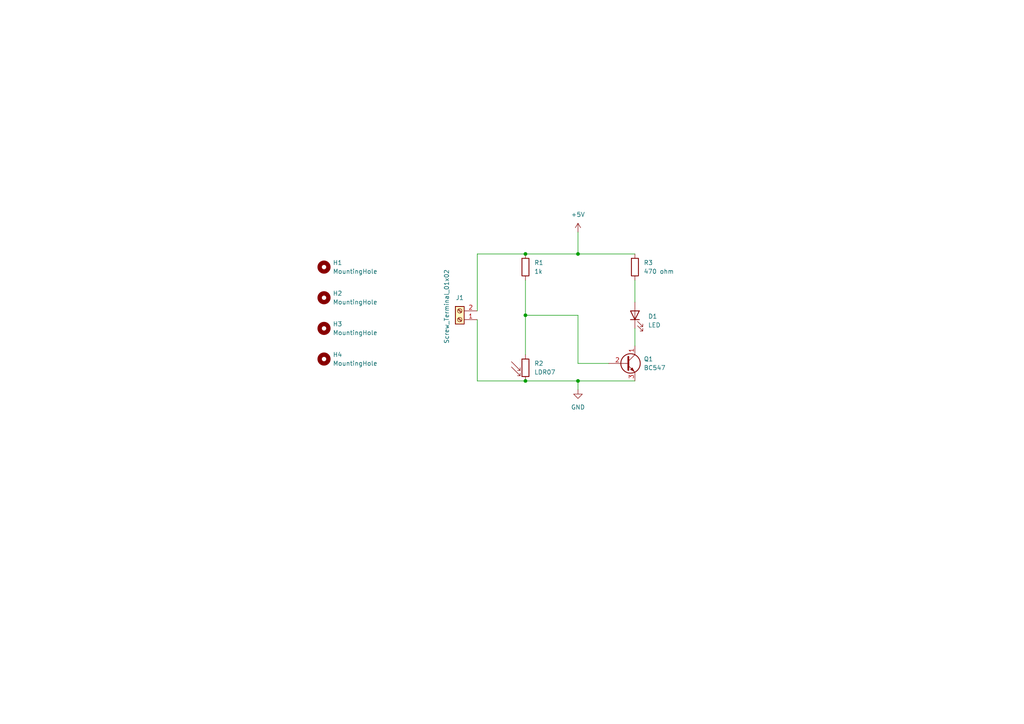
<source format=kicad_sch>
(kicad_sch (version 20211123) (generator eeschema)

  (uuid 69b6118e-46cc-4a9b-a714-f6db15c83bc4)

  (paper "A4")

  (title_block
    (title "DARKNESS DETECTOR CIRCUIT USING LDR ")
  )

  (lib_symbols
    (symbol "Connector:Screw_Terminal_01x02" (pin_names (offset 1.016) hide) (in_bom yes) (on_board yes)
      (property "Reference" "J" (id 0) (at 0 2.54 0)
        (effects (font (size 1.27 1.27)))
      )
      (property "Value" "Screw_Terminal_01x02" (id 1) (at 0 -5.08 0)
        (effects (font (size 1.27 1.27)))
      )
      (property "Footprint" "" (id 2) (at 0 0 0)
        (effects (font (size 1.27 1.27)) hide)
      )
      (property "Datasheet" "~" (id 3) (at 0 0 0)
        (effects (font (size 1.27 1.27)) hide)
      )
      (property "ki_keywords" "screw terminal" (id 4) (at 0 0 0)
        (effects (font (size 1.27 1.27)) hide)
      )
      (property "ki_description" "Generic screw terminal, single row, 01x02, script generated (kicad-library-utils/schlib/autogen/connector/)" (id 5) (at 0 0 0)
        (effects (font (size 1.27 1.27)) hide)
      )
      (property "ki_fp_filters" "TerminalBlock*:*" (id 6) (at 0 0 0)
        (effects (font (size 1.27 1.27)) hide)
      )
      (symbol "Screw_Terminal_01x02_1_1"
        (rectangle (start -1.27 1.27) (end 1.27 -3.81)
          (stroke (width 0.254) (type default) (color 0 0 0 0))
          (fill (type background))
        )
        (circle (center 0 -2.54) (radius 0.635)
          (stroke (width 0.1524) (type default) (color 0 0 0 0))
          (fill (type none))
        )
        (polyline
          (pts
            (xy -0.5334 -2.2098)
            (xy 0.3302 -3.048)
          )
          (stroke (width 0.1524) (type default) (color 0 0 0 0))
          (fill (type none))
        )
        (polyline
          (pts
            (xy -0.5334 0.3302)
            (xy 0.3302 -0.508)
          )
          (stroke (width 0.1524) (type default) (color 0 0 0 0))
          (fill (type none))
        )
        (polyline
          (pts
            (xy -0.3556 -2.032)
            (xy 0.508 -2.8702)
          )
          (stroke (width 0.1524) (type default) (color 0 0 0 0))
          (fill (type none))
        )
        (polyline
          (pts
            (xy -0.3556 0.508)
            (xy 0.508 -0.3302)
          )
          (stroke (width 0.1524) (type default) (color 0 0 0 0))
          (fill (type none))
        )
        (circle (center 0 0) (radius 0.635)
          (stroke (width 0.1524) (type default) (color 0 0 0 0))
          (fill (type none))
        )
        (pin passive line (at -5.08 0 0) (length 3.81)
          (name "Pin_1" (effects (font (size 1.27 1.27))))
          (number "1" (effects (font (size 1.27 1.27))))
        )
        (pin passive line (at -5.08 -2.54 0) (length 3.81)
          (name "Pin_2" (effects (font (size 1.27 1.27))))
          (number "2" (effects (font (size 1.27 1.27))))
        )
      )
    )
    (symbol "Device:LED" (pin_numbers hide) (pin_names (offset 1.016) hide) (in_bom yes) (on_board yes)
      (property "Reference" "D" (id 0) (at 0 2.54 0)
        (effects (font (size 1.27 1.27)))
      )
      (property "Value" "LED" (id 1) (at 0 -2.54 0)
        (effects (font (size 1.27 1.27)))
      )
      (property "Footprint" "" (id 2) (at 0 0 0)
        (effects (font (size 1.27 1.27)) hide)
      )
      (property "Datasheet" "~" (id 3) (at 0 0 0)
        (effects (font (size 1.27 1.27)) hide)
      )
      (property "ki_keywords" "LED diode" (id 4) (at 0 0 0)
        (effects (font (size 1.27 1.27)) hide)
      )
      (property "ki_description" "Light emitting diode" (id 5) (at 0 0 0)
        (effects (font (size 1.27 1.27)) hide)
      )
      (property "ki_fp_filters" "LED* LED_SMD:* LED_THT:*" (id 6) (at 0 0 0)
        (effects (font (size 1.27 1.27)) hide)
      )
      (symbol "LED_0_1"
        (polyline
          (pts
            (xy -1.27 -1.27)
            (xy -1.27 1.27)
          )
          (stroke (width 0.254) (type default) (color 0 0 0 0))
          (fill (type none))
        )
        (polyline
          (pts
            (xy -1.27 0)
            (xy 1.27 0)
          )
          (stroke (width 0) (type default) (color 0 0 0 0))
          (fill (type none))
        )
        (polyline
          (pts
            (xy 1.27 -1.27)
            (xy 1.27 1.27)
            (xy -1.27 0)
            (xy 1.27 -1.27)
          )
          (stroke (width 0.254) (type default) (color 0 0 0 0))
          (fill (type none))
        )
        (polyline
          (pts
            (xy -3.048 -0.762)
            (xy -4.572 -2.286)
            (xy -3.81 -2.286)
            (xy -4.572 -2.286)
            (xy -4.572 -1.524)
          )
          (stroke (width 0) (type default) (color 0 0 0 0))
          (fill (type none))
        )
        (polyline
          (pts
            (xy -1.778 -0.762)
            (xy -3.302 -2.286)
            (xy -2.54 -2.286)
            (xy -3.302 -2.286)
            (xy -3.302 -1.524)
          )
          (stroke (width 0) (type default) (color 0 0 0 0))
          (fill (type none))
        )
      )
      (symbol "LED_1_1"
        (pin passive line (at -3.81 0 0) (length 2.54)
          (name "K" (effects (font (size 1.27 1.27))))
          (number "1" (effects (font (size 1.27 1.27))))
        )
        (pin passive line (at 3.81 0 180) (length 2.54)
          (name "A" (effects (font (size 1.27 1.27))))
          (number "2" (effects (font (size 1.27 1.27))))
        )
      )
    )
    (symbol "Device:R" (pin_numbers hide) (pin_names (offset 0)) (in_bom yes) (on_board yes)
      (property "Reference" "R" (id 0) (at 2.032 0 90)
        (effects (font (size 1.27 1.27)))
      )
      (property "Value" "R" (id 1) (at 0 0 90)
        (effects (font (size 1.27 1.27)))
      )
      (property "Footprint" "" (id 2) (at -1.778 0 90)
        (effects (font (size 1.27 1.27)) hide)
      )
      (property "Datasheet" "~" (id 3) (at 0 0 0)
        (effects (font (size 1.27 1.27)) hide)
      )
      (property "ki_keywords" "R res resistor" (id 4) (at 0 0 0)
        (effects (font (size 1.27 1.27)) hide)
      )
      (property "ki_description" "Resistor" (id 5) (at 0 0 0)
        (effects (font (size 1.27 1.27)) hide)
      )
      (property "ki_fp_filters" "R_*" (id 6) (at 0 0 0)
        (effects (font (size 1.27 1.27)) hide)
      )
      (symbol "R_0_1"
        (rectangle (start -1.016 -2.54) (end 1.016 2.54)
          (stroke (width 0.254) (type default) (color 0 0 0 0))
          (fill (type none))
        )
      )
      (symbol "R_1_1"
        (pin passive line (at 0 3.81 270) (length 1.27)
          (name "~" (effects (font (size 1.27 1.27))))
          (number "1" (effects (font (size 1.27 1.27))))
        )
        (pin passive line (at 0 -3.81 90) (length 1.27)
          (name "~" (effects (font (size 1.27 1.27))))
          (number "2" (effects (font (size 1.27 1.27))))
        )
      )
    )
    (symbol "Mechanical:MountingHole" (pin_names (offset 1.016)) (in_bom yes) (on_board yes)
      (property "Reference" "H" (id 0) (at 0 5.08 0)
        (effects (font (size 1.27 1.27)))
      )
      (property "Value" "MountingHole" (id 1) (at 0 3.175 0)
        (effects (font (size 1.27 1.27)))
      )
      (property "Footprint" "" (id 2) (at 0 0 0)
        (effects (font (size 1.27 1.27)) hide)
      )
      (property "Datasheet" "~" (id 3) (at 0 0 0)
        (effects (font (size 1.27 1.27)) hide)
      )
      (property "ki_keywords" "mounting hole" (id 4) (at 0 0 0)
        (effects (font (size 1.27 1.27)) hide)
      )
      (property "ki_description" "Mounting Hole without connection" (id 5) (at 0 0 0)
        (effects (font (size 1.27 1.27)) hide)
      )
      (property "ki_fp_filters" "MountingHole*" (id 6) (at 0 0 0)
        (effects (font (size 1.27 1.27)) hide)
      )
      (symbol "MountingHole_0_1"
        (circle (center 0 0) (radius 1.27)
          (stroke (width 1.27) (type default) (color 0 0 0 0))
          (fill (type none))
        )
      )
    )
    (symbol "Sensor_Optical:LDR07" (pin_numbers hide) (pin_names (offset 0)) (in_bom yes) (on_board yes)
      (property "Reference" "R" (id 0) (at -5.08 0 90)
        (effects (font (size 1.27 1.27)))
      )
      (property "Value" "LDR07" (id 1) (at 1.905 0 90)
        (effects (font (size 1.27 1.27)) (justify top))
      )
      (property "Footprint" "OptoDevice:R_LDR_5.1x4.3mm_P3.4mm_Vertical" (id 2) (at 4.445 0 90)
        (effects (font (size 1.27 1.27)) hide)
      )
      (property "Datasheet" "http://www.tme.eu/de/Document/f2e3ad76a925811312d226c31da4cd7e/LDR07.pdf" (id 3) (at 0 -1.27 0)
        (effects (font (size 1.27 1.27)) hide)
      )
      (property "ki_keywords" "light dependent photo resistor LDR" (id 4) (at 0 0 0)
        (effects (font (size 1.27 1.27)) hide)
      )
      (property "ki_description" "light dependent resistor" (id 5) (at 0 0 0)
        (effects (font (size 1.27 1.27)) hide)
      )
      (property "ki_fp_filters" "R*LDR*5.1x4.3mm*P3.4mm*" (id 6) (at 0 0 0)
        (effects (font (size 1.27 1.27)) hide)
      )
      (symbol "LDR07_0_1"
        (rectangle (start -1.016 2.54) (end 1.016 -2.54)
          (stroke (width 0.254) (type default) (color 0 0 0 0))
          (fill (type none))
        )
        (polyline
          (pts
            (xy -1.524 -2.286)
            (xy -4.064 0.254)
          )
          (stroke (width 0) (type default) (color 0 0 0 0))
          (fill (type none))
        )
        (polyline
          (pts
            (xy -1.524 -2.286)
            (xy -2.286 -2.286)
          )
          (stroke (width 0) (type default) (color 0 0 0 0))
          (fill (type none))
        )
        (polyline
          (pts
            (xy -1.524 -2.286)
            (xy -1.524 -1.524)
          )
          (stroke (width 0) (type default) (color 0 0 0 0))
          (fill (type none))
        )
        (polyline
          (pts
            (xy -1.524 -0.762)
            (xy -4.064 1.778)
          )
          (stroke (width 0) (type default) (color 0 0 0 0))
          (fill (type none))
        )
        (polyline
          (pts
            (xy -1.524 -0.762)
            (xy -2.286 -0.762)
          )
          (stroke (width 0) (type default) (color 0 0 0 0))
          (fill (type none))
        )
        (polyline
          (pts
            (xy -1.524 -0.762)
            (xy -1.524 0)
          )
          (stroke (width 0) (type default) (color 0 0 0 0))
          (fill (type none))
        )
      )
      (symbol "LDR07_1_1"
        (pin passive line (at 0 3.81 270) (length 1.27)
          (name "~" (effects (font (size 1.27 1.27))))
          (number "1" (effects (font (size 1.27 1.27))))
        )
        (pin passive line (at 0 -3.81 90) (length 1.27)
          (name "~" (effects (font (size 1.27 1.27))))
          (number "2" (effects (font (size 1.27 1.27))))
        )
      )
    )
    (symbol "Transistor_BJT:BC547" (pin_names (offset 0) hide) (in_bom yes) (on_board yes)
      (property "Reference" "Q" (id 0) (at 5.08 1.905 0)
        (effects (font (size 1.27 1.27)) (justify left))
      )
      (property "Value" "BC547" (id 1) (at 5.08 0 0)
        (effects (font (size 1.27 1.27)) (justify left))
      )
      (property "Footprint" "Package_TO_SOT_THT:TO-92_Inline" (id 2) (at 5.08 -1.905 0)
        (effects (font (size 1.27 1.27) italic) (justify left) hide)
      )
      (property "Datasheet" "https://www.onsemi.com/pub/Collateral/BC550-D.pdf" (id 3) (at 0 0 0)
        (effects (font (size 1.27 1.27)) (justify left) hide)
      )
      (property "ki_keywords" "NPN Transistor" (id 4) (at 0 0 0)
        (effects (font (size 1.27 1.27)) hide)
      )
      (property "ki_description" "0.1A Ic, 45V Vce, Small Signal NPN Transistor, TO-92" (id 5) (at 0 0 0)
        (effects (font (size 1.27 1.27)) hide)
      )
      (property "ki_fp_filters" "TO?92*" (id 6) (at 0 0 0)
        (effects (font (size 1.27 1.27)) hide)
      )
      (symbol "BC547_0_1"
        (polyline
          (pts
            (xy 0 0)
            (xy 0.635 0)
          )
          (stroke (width 0) (type default) (color 0 0 0 0))
          (fill (type none))
        )
        (polyline
          (pts
            (xy 0.635 0.635)
            (xy 2.54 2.54)
          )
          (stroke (width 0) (type default) (color 0 0 0 0))
          (fill (type none))
        )
        (polyline
          (pts
            (xy 0.635 -0.635)
            (xy 2.54 -2.54)
            (xy 2.54 -2.54)
          )
          (stroke (width 0) (type default) (color 0 0 0 0))
          (fill (type none))
        )
        (polyline
          (pts
            (xy 0.635 1.905)
            (xy 0.635 -1.905)
            (xy 0.635 -1.905)
          )
          (stroke (width 0.508) (type default) (color 0 0 0 0))
          (fill (type none))
        )
        (polyline
          (pts
            (xy 1.27 -1.778)
            (xy 1.778 -1.27)
            (xy 2.286 -2.286)
            (xy 1.27 -1.778)
            (xy 1.27 -1.778)
          )
          (stroke (width 0) (type default) (color 0 0 0 0))
          (fill (type outline))
        )
        (circle (center 1.27 0) (radius 2.8194)
          (stroke (width 0.254) (type default) (color 0 0 0 0))
          (fill (type none))
        )
      )
      (symbol "BC547_1_1"
        (pin passive line (at 2.54 5.08 270) (length 2.54)
          (name "C" (effects (font (size 1.27 1.27))))
          (number "1" (effects (font (size 1.27 1.27))))
        )
        (pin input line (at -5.08 0 0) (length 5.08)
          (name "B" (effects (font (size 1.27 1.27))))
          (number "2" (effects (font (size 1.27 1.27))))
        )
        (pin passive line (at 2.54 -5.08 90) (length 2.54)
          (name "E" (effects (font (size 1.27 1.27))))
          (number "3" (effects (font (size 1.27 1.27))))
        )
      )
    )
    (symbol "power:+5V" (power) (pin_names (offset 0)) (in_bom yes) (on_board yes)
      (property "Reference" "#PWR" (id 0) (at 0 -3.81 0)
        (effects (font (size 1.27 1.27)) hide)
      )
      (property "Value" "+5V" (id 1) (at 0 3.556 0)
        (effects (font (size 1.27 1.27)))
      )
      (property "Footprint" "" (id 2) (at 0 0 0)
        (effects (font (size 1.27 1.27)) hide)
      )
      (property "Datasheet" "" (id 3) (at 0 0 0)
        (effects (font (size 1.27 1.27)) hide)
      )
      (property "ki_keywords" "global power" (id 4) (at 0 0 0)
        (effects (font (size 1.27 1.27)) hide)
      )
      (property "ki_description" "Power symbol creates a global label with name \"+5V\"" (id 5) (at 0 0 0)
        (effects (font (size 1.27 1.27)) hide)
      )
      (symbol "+5V_0_1"
        (polyline
          (pts
            (xy -0.762 1.27)
            (xy 0 2.54)
          )
          (stroke (width 0) (type default) (color 0 0 0 0))
          (fill (type none))
        )
        (polyline
          (pts
            (xy 0 0)
            (xy 0 2.54)
          )
          (stroke (width 0) (type default) (color 0 0 0 0))
          (fill (type none))
        )
        (polyline
          (pts
            (xy 0 2.54)
            (xy 0.762 1.27)
          )
          (stroke (width 0) (type default) (color 0 0 0 0))
          (fill (type none))
        )
      )
      (symbol "+5V_1_1"
        (pin power_in line (at 0 0 90) (length 0) hide
          (name "+5V" (effects (font (size 1.27 1.27))))
          (number "1" (effects (font (size 1.27 1.27))))
        )
      )
    )
    (symbol "power:GND" (power) (pin_names (offset 0)) (in_bom yes) (on_board yes)
      (property "Reference" "#PWR" (id 0) (at 0 -6.35 0)
        (effects (font (size 1.27 1.27)) hide)
      )
      (property "Value" "GND" (id 1) (at 0 -3.81 0)
        (effects (font (size 1.27 1.27)))
      )
      (property "Footprint" "" (id 2) (at 0 0 0)
        (effects (font (size 1.27 1.27)) hide)
      )
      (property "Datasheet" "" (id 3) (at 0 0 0)
        (effects (font (size 1.27 1.27)) hide)
      )
      (property "ki_keywords" "global power" (id 4) (at 0 0 0)
        (effects (font (size 1.27 1.27)) hide)
      )
      (property "ki_description" "Power symbol creates a global label with name \"GND\" , ground" (id 5) (at 0 0 0)
        (effects (font (size 1.27 1.27)) hide)
      )
      (symbol "GND_0_1"
        (polyline
          (pts
            (xy 0 0)
            (xy 0 -1.27)
            (xy 1.27 -1.27)
            (xy 0 -2.54)
            (xy -1.27 -1.27)
            (xy 0 -1.27)
          )
          (stroke (width 0) (type default) (color 0 0 0 0))
          (fill (type none))
        )
      )
      (symbol "GND_1_1"
        (pin power_in line (at 0 0 270) (length 0) hide
          (name "GND" (effects (font (size 1.27 1.27))))
          (number "1" (effects (font (size 1.27 1.27))))
        )
      )
    )
  )

  (junction (at 167.64 73.66) (diameter 0) (color 0 0 0 0)
    (uuid 65e22610-92bd-4263-af0d-c69219a35e98)
  )
  (junction (at 167.64 110.49) (diameter 0) (color 0 0 0 0)
    (uuid 7d163a8a-15ca-49d6-85e4-0a7738794435)
  )
  (junction (at 152.4 110.49) (diameter 0) (color 0 0 0 0)
    (uuid a7f192c3-1f21-420d-acb5-8465d3c6710c)
  )
  (junction (at 152.4 91.44) (diameter 0) (color 0 0 0 0)
    (uuid c72622f0-fedb-408a-b4c8-d12bb88f04df)
  )
  (junction (at 152.4 73.66) (diameter 0) (color 0 0 0 0)
    (uuid fdb2dd04-1996-4e77-a979-4c8bb3a08849)
  )

  (wire (pts (xy 167.64 91.44) (xy 167.64 105.41))
    (stroke (width 0) (type default) (color 0 0 0 0))
    (uuid 008ca605-9d34-448b-aa27-265cd6f54306)
  )
  (wire (pts (xy 152.4 91.44) (xy 152.4 102.87))
    (stroke (width 0) (type default) (color 0 0 0 0))
    (uuid 22640163-8bb1-4ba2-8369-34c2fac38476)
  )
  (wire (pts (xy 152.4 81.28) (xy 152.4 91.44))
    (stroke (width 0) (type default) (color 0 0 0 0))
    (uuid 35f425e5-a649-44e2-aead-c33a22527844)
  )
  (wire (pts (xy 152.4 110.49) (xy 167.64 110.49))
    (stroke (width 0) (type default) (color 0 0 0 0))
    (uuid 4a0c26e9-73b4-44e2-8d08-f7c7ccf8496a)
  )
  (wire (pts (xy 138.43 110.49) (xy 152.4 110.49))
    (stroke (width 0) (type default) (color 0 0 0 0))
    (uuid 4a32f346-7285-46a6-ade1-a9221d8ed14f)
  )
  (wire (pts (xy 152.4 73.66) (xy 167.64 73.66))
    (stroke (width 0) (type default) (color 0 0 0 0))
    (uuid 569da972-bc13-4d37-9cef-80293bcbc781)
  )
  (wire (pts (xy 167.64 67.31) (xy 167.64 73.66))
    (stroke (width 0) (type default) (color 0 0 0 0))
    (uuid 5a358c4f-49e6-4264-8041-a4b84c6bfa99)
  )
  (wire (pts (xy 184.15 81.28) (xy 184.15 87.63))
    (stroke (width 0) (type default) (color 0 0 0 0))
    (uuid 87880dcc-af66-46ec-8948-d90d17d08166)
  )
  (wire (pts (xy 138.43 90.17) (xy 138.43 73.66))
    (stroke (width 0) (type default) (color 0 0 0 0))
    (uuid 90c924d3-c5c0-4d3b-be66-d82f377350c4)
  )
  (wire (pts (xy 184.15 95.25) (xy 184.15 100.33))
    (stroke (width 0) (type default) (color 0 0 0 0))
    (uuid a950a5c0-3110-42ac-8c20-fe472c37e0a4)
  )
  (wire (pts (xy 167.64 110.49) (xy 167.64 113.03))
    (stroke (width 0) (type default) (color 0 0 0 0))
    (uuid bf6614f0-1ad9-4af0-bcf7-979087f5b7c0)
  )
  (wire (pts (xy 167.64 73.66) (xy 184.15 73.66))
    (stroke (width 0) (type default) (color 0 0 0 0))
    (uuid d045d2d8-060f-4541-a8fe-91431d184654)
  )
  (wire (pts (xy 138.43 73.66) (xy 152.4 73.66))
    (stroke (width 0) (type default) (color 0 0 0 0))
    (uuid d5663892-fe9b-4631-b6b3-a9694d758183)
  )
  (wire (pts (xy 138.43 92.71) (xy 138.43 110.49))
    (stroke (width 0) (type default) (color 0 0 0 0))
    (uuid e99bdece-4cb0-4a09-b166-1db058e9dd74)
  )
  (wire (pts (xy 152.4 91.44) (xy 167.64 91.44))
    (stroke (width 0) (type default) (color 0 0 0 0))
    (uuid ef5f4cf2-9b55-48ed-b825-6bbfa6774faa)
  )
  (wire (pts (xy 167.64 110.49) (xy 184.15 110.49))
    (stroke (width 0) (type default) (color 0 0 0 0))
    (uuid f7e6a464-5508-40e2-9057-2e16acbcd9e4)
  )
  (wire (pts (xy 167.64 105.41) (xy 176.53 105.41))
    (stroke (width 0) (type default) (color 0 0 0 0))
    (uuid f898095e-edeb-4001-9a6f-95c424b81485)
  )

  (symbol (lib_id "power:+5V") (at 167.64 67.31 0) (unit 1)
    (in_bom yes) (on_board yes) (fields_autoplaced)
    (uuid 085e921e-b240-4677-aa91-304e7f01567f)
    (property "Reference" "#PWR0101" (id 0) (at 167.64 71.12 0)
      (effects (font (size 1.27 1.27)) hide)
    )
    (property "Value" "+5V" (id 1) (at 167.64 62.23 0))
    (property "Footprint" "" (id 2) (at 167.64 67.31 0)
      (effects (font (size 1.27 1.27)) hide)
    )
    (property "Datasheet" "" (id 3) (at 167.64 67.31 0)
      (effects (font (size 1.27 1.27)) hide)
    )
    (pin "1" (uuid 30c64e32-a328-48fe-830d-2dfadb7fea54))
  )

  (symbol (lib_id "Device:R") (at 152.4 77.47 0) (unit 1)
    (in_bom yes) (on_board yes) (fields_autoplaced)
    (uuid 15339107-eeec-481f-95db-719b3f62a23c)
    (property "Reference" "R1" (id 0) (at 154.94 76.1999 0)
      (effects (font (size 1.27 1.27)) (justify left))
    )
    (property "Value" "1k" (id 1) (at 154.94 78.7399 0)
      (effects (font (size 1.27 1.27)) (justify left))
    )
    (property "Footprint" "Resistor_THT:R_Axial_DIN0309_L9.0mm_D3.2mm_P12.70mm_Horizontal" (id 2) (at 150.622 77.47 90)
      (effects (font (size 1.27 1.27)) hide)
    )
    (property "Datasheet" "~" (id 3) (at 152.4 77.47 0)
      (effects (font (size 1.27 1.27)) hide)
    )
    (pin "1" (uuid 8ad09d23-35cc-4dd6-9cbf-f67dd6257728))
    (pin "2" (uuid a65b7dc3-3e05-4bb0-8246-dc10c7e32ee4))
  )

  (symbol (lib_id "Sensor_Optical:LDR07") (at 152.4 106.68 0) (unit 1)
    (in_bom yes) (on_board yes) (fields_autoplaced)
    (uuid 319bed53-32a2-4b3f-a65e-4b2272313c9c)
    (property "Reference" "R2" (id 0) (at 154.94 105.4099 0)
      (effects (font (size 1.27 1.27)) (justify left))
    )
    (property "Value" "LDR07" (id 1) (at 154.94 107.9499 0)
      (effects (font (size 1.27 1.27)) (justify left))
    )
    (property "Footprint" "OptoDevice:R_LDR_5.1x4.3mm_P3.4mm_Vertical" (id 2) (at 156.845 106.68 90)
      (effects (font (size 1.27 1.27)) hide)
    )
    (property "Datasheet" "http://www.tme.eu/de/Document/f2e3ad76a925811312d226c31da4cd7e/LDR07.pdf" (id 3) (at 152.4 107.95 0)
      (effects (font (size 1.27 1.27)) hide)
    )
    (pin "1" (uuid bbe553ca-94dc-46fd-a33d-ae9687863aa6))
    (pin "2" (uuid 2ea81174-331a-4863-9e7b-f0ef9e3a0bfb))
  )

  (symbol (lib_id "Connector:Screw_Terminal_01x02") (at 133.35 92.71 180) (unit 1)
    (in_bom yes) (on_board yes)
    (uuid 442cc8c9-7cd1-4643-976a-96c04497b75c)
    (property "Reference" "J1" (id 0) (at 133.35 86.36 0))
    (property "Value" "Screw_Terminal_01x02" (id 1) (at 129.54 88.9 90))
    (property "Footprint" "TerminalBlock:TerminalBlock_bornier-2_P5.08mm" (id 2) (at 133.35 92.71 0)
      (effects (font (size 1.27 1.27)) hide)
    )
    (property "Datasheet" "~" (id 3) (at 133.35 92.71 0)
      (effects (font (size 1.27 1.27)) hide)
    )
    (pin "1" (uuid ccfca6b0-873c-4ee0-a57a-e278b943e2ee))
    (pin "2" (uuid 5c5ff5b8-13d2-4bb7-b794-cdc15433816a))
  )

  (symbol (lib_id "Mechanical:MountingHole") (at 93.98 77.47 0) (unit 1)
    (in_bom yes) (on_board yes) (fields_autoplaced)
    (uuid 525cdcf8-cc6a-4e6c-a379-2ffa7be40b83)
    (property "Reference" "H1" (id 0) (at 96.52 76.1999 0)
      (effects (font (size 1.27 1.27)) (justify left))
    )
    (property "Value" "MountingHole" (id 1) (at 96.52 78.7399 0)
      (effects (font (size 1.27 1.27)) (justify left))
    )
    (property "Footprint" "MountingHole:MountingHole_2.2mm_M2_Pad_Via" (id 2) (at 93.98 77.47 0)
      (effects (font (size 1.27 1.27)) hide)
    )
    (property "Datasheet" "~" (id 3) (at 93.98 77.47 0)
      (effects (font (size 1.27 1.27)) hide)
    )
  )

  (symbol (lib_id "Mechanical:MountingHole") (at 93.98 95.25 0) (unit 1)
    (in_bom yes) (on_board yes) (fields_autoplaced)
    (uuid 66d9a295-7791-4cb1-9f7c-67dde7265d54)
    (property "Reference" "H3" (id 0) (at 96.52 93.9799 0)
      (effects (font (size 1.27 1.27)) (justify left))
    )
    (property "Value" "MountingHole" (id 1) (at 96.52 96.5199 0)
      (effects (font (size 1.27 1.27)) (justify left))
    )
    (property "Footprint" "MountingHole:MountingHole_2.2mm_M2_Pad_Via" (id 2) (at 93.98 95.25 0)
      (effects (font (size 1.27 1.27)) hide)
    )
    (property "Datasheet" "~" (id 3) (at 93.98 95.25 0)
      (effects (font (size 1.27 1.27)) hide)
    )
  )

  (symbol (lib_id "Mechanical:MountingHole") (at 93.98 104.14 0) (unit 1)
    (in_bom yes) (on_board yes) (fields_autoplaced)
    (uuid ac9002d4-0c6c-4c3c-993b-df745197239f)
    (property "Reference" "H4" (id 0) (at 96.52 102.8699 0)
      (effects (font (size 1.27 1.27)) (justify left))
    )
    (property "Value" "MountingHole" (id 1) (at 96.52 105.4099 0)
      (effects (font (size 1.27 1.27)) (justify left))
    )
    (property "Footprint" "MountingHole:MountingHole_2.2mm_M2_Pad_Via" (id 2) (at 93.98 104.14 0)
      (effects (font (size 1.27 1.27)) hide)
    )
    (property "Datasheet" "~" (id 3) (at 93.98 104.14 0)
      (effects (font (size 1.27 1.27)) hide)
    )
  )

  (symbol (lib_id "Transistor_BJT:BC547") (at 181.61 105.41 0) (unit 1)
    (in_bom yes) (on_board yes) (fields_autoplaced)
    (uuid c001f9cf-0ff3-43f4-bb02-4afb6a7a2b0b)
    (property "Reference" "Q1" (id 0) (at 186.69 104.1399 0)
      (effects (font (size 1.27 1.27)) (justify left))
    )
    (property "Value" "BC547" (id 1) (at 186.69 106.6799 0)
      (effects (font (size 1.27 1.27)) (justify left))
    )
    (property "Footprint" "Package_TO_SOT_THT:TO-92_Inline" (id 2) (at 186.69 107.315 0)
      (effects (font (size 1.27 1.27) italic) (justify left) hide)
    )
    (property "Datasheet" "https://www.onsemi.com/pub/Collateral/BC550-D.pdf" (id 3) (at 181.61 105.41 0)
      (effects (font (size 1.27 1.27)) (justify left) hide)
    )
    (pin "1" (uuid 64cb767a-d271-4478-b0b0-06674e921f6c))
    (pin "2" (uuid ff12a2c2-d380-4eda-9122-22c71ab21667))
    (pin "3" (uuid 2dfe5c01-ac1d-4467-80c7-3a191a8d7c30))
  )

  (symbol (lib_id "Device:LED") (at 184.15 91.44 90) (unit 1)
    (in_bom yes) (on_board yes) (fields_autoplaced)
    (uuid c3c4aa0d-a389-49e8-b0e9-952e3ea09b51)
    (property "Reference" "D1" (id 0) (at 187.96 91.7574 90)
      (effects (font (size 1.27 1.27)) (justify right))
    )
    (property "Value" "LED" (id 1) (at 187.96 94.2974 90)
      (effects (font (size 1.27 1.27)) (justify right))
    )
    (property "Footprint" "LED_THT:LED_D3.0mm" (id 2) (at 184.15 91.44 0)
      (effects (font (size 1.27 1.27)) hide)
    )
    (property "Datasheet" "~" (id 3) (at 184.15 91.44 0)
      (effects (font (size 1.27 1.27)) hide)
    )
    (pin "1" (uuid df4ebde5-387e-42cd-8eb7-5c1794cd4861))
    (pin "2" (uuid d6ed9c27-f2de-4635-abc4-a6f66da55085))
  )

  (symbol (lib_id "power:GND") (at 167.64 113.03 0) (unit 1)
    (in_bom yes) (on_board yes) (fields_autoplaced)
    (uuid d8af74d2-7608-46c8-ac40-fd216d081e99)
    (property "Reference" "#PWR0102" (id 0) (at 167.64 119.38 0)
      (effects (font (size 1.27 1.27)) hide)
    )
    (property "Value" "GND" (id 1) (at 167.64 118.11 0))
    (property "Footprint" "" (id 2) (at 167.64 113.03 0)
      (effects (font (size 1.27 1.27)) hide)
    )
    (property "Datasheet" "" (id 3) (at 167.64 113.03 0)
      (effects (font (size 1.27 1.27)) hide)
    )
    (pin "1" (uuid 86ecd5a2-fa15-4615-931c-73db912884f9))
  )

  (symbol (lib_id "Device:R") (at 184.15 77.47 0) (unit 1)
    (in_bom yes) (on_board yes) (fields_autoplaced)
    (uuid e697437e-38cf-4ed9-86f2-da12f4d34f08)
    (property "Reference" "R3" (id 0) (at 186.69 76.1999 0)
      (effects (font (size 1.27 1.27)) (justify left))
    )
    (property "Value" "470 ohm" (id 1) (at 186.69 78.7399 0)
      (effects (font (size 1.27 1.27)) (justify left))
    )
    (property "Footprint" "Resistor_THT:R_Axial_DIN0309_L9.0mm_D3.2mm_P12.70mm_Horizontal" (id 2) (at 182.372 77.47 90)
      (effects (font (size 1.27 1.27)) hide)
    )
    (property "Datasheet" "~" (id 3) (at 184.15 77.47 0)
      (effects (font (size 1.27 1.27)) hide)
    )
    (pin "1" (uuid 2277e3ca-c379-48fa-985b-cdfbaa0f9dfd))
    (pin "2" (uuid 2459dc8d-ee64-41d6-8b50-33ec1bafd2eb))
  )

  (symbol (lib_id "Mechanical:MountingHole") (at 93.98 86.36 0) (unit 1)
    (in_bom yes) (on_board yes) (fields_autoplaced)
    (uuid f0accb7c-d5f1-40fa-b2da-6dad958b2eac)
    (property "Reference" "H2" (id 0) (at 96.52 85.0899 0)
      (effects (font (size 1.27 1.27)) (justify left))
    )
    (property "Value" "MountingHole" (id 1) (at 96.52 87.6299 0)
      (effects (font (size 1.27 1.27)) (justify left))
    )
    (property "Footprint" "MountingHole:MountingHole_2.2mm_M2_Pad_Via" (id 2) (at 93.98 86.36 0)
      (effects (font (size 1.27 1.27)) hide)
    )
    (property "Datasheet" "~" (id 3) (at 93.98 86.36 0)
      (effects (font (size 1.27 1.27)) hide)
    )
  )

  (sheet_instances
    (path "/" (page "1"))
  )

  (symbol_instances
    (path "/085e921e-b240-4677-aa91-304e7f01567f"
      (reference "#PWR0101") (unit 1) (value "+5V") (footprint "")
    )
    (path "/d8af74d2-7608-46c8-ac40-fd216d081e99"
      (reference "#PWR0102") (unit 1) (value "GND") (footprint "")
    )
    (path "/c3c4aa0d-a389-49e8-b0e9-952e3ea09b51"
      (reference "D1") (unit 1) (value "LED") (footprint "LED_THT:LED_D3.0mm")
    )
    (path "/525cdcf8-cc6a-4e6c-a379-2ffa7be40b83"
      (reference "H1") (unit 1) (value "MountingHole") (footprint "MountingHole:MountingHole_2.2mm_M2_Pad_Via")
    )
    (path "/f0accb7c-d5f1-40fa-b2da-6dad958b2eac"
      (reference "H2") (unit 1) (value "MountingHole") (footprint "MountingHole:MountingHole_2.2mm_M2_Pad_Via")
    )
    (path "/66d9a295-7791-4cb1-9f7c-67dde7265d54"
      (reference "H3") (unit 1) (value "MountingHole") (footprint "MountingHole:MountingHole_2.2mm_M2_Pad_Via")
    )
    (path "/ac9002d4-0c6c-4c3c-993b-df745197239f"
      (reference "H4") (unit 1) (value "MountingHole") (footprint "MountingHole:MountingHole_2.2mm_M2_Pad_Via")
    )
    (path "/442cc8c9-7cd1-4643-976a-96c04497b75c"
      (reference "J1") (unit 1) (value "Screw_Terminal_01x02") (footprint "TerminalBlock:TerminalBlock_bornier-2_P5.08mm")
    )
    (path "/c001f9cf-0ff3-43f4-bb02-4afb6a7a2b0b"
      (reference "Q1") (unit 1) (value "BC547") (footprint "Package_TO_SOT_THT:TO-92_Inline")
    )
    (path "/15339107-eeec-481f-95db-719b3f62a23c"
      (reference "R1") (unit 1) (value "1k") (footprint "Resistor_THT:R_Axial_DIN0309_L9.0mm_D3.2mm_P12.70mm_Horizontal")
    )
    (path "/319bed53-32a2-4b3f-a65e-4b2272313c9c"
      (reference "R2") (unit 1) (value "LDR07") (footprint "OptoDevice:R_LDR_5.1x4.3mm_P3.4mm_Vertical")
    )
    (path "/e697437e-38cf-4ed9-86f2-da12f4d34f08"
      (reference "R3") (unit 1) (value "470 ohm") (footprint "Resistor_THT:R_Axial_DIN0309_L9.0mm_D3.2mm_P12.70mm_Horizontal")
    )
  )
)

</source>
